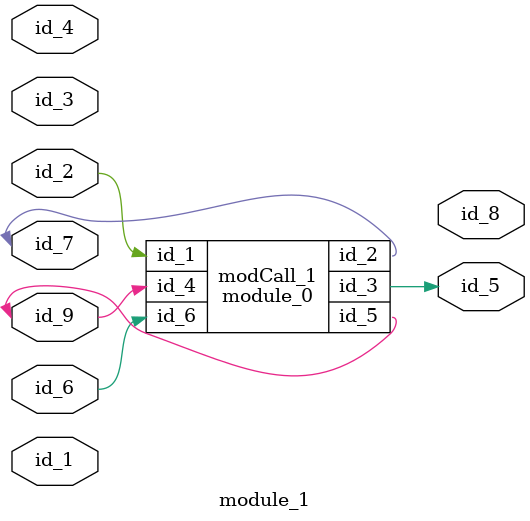
<source format=v>
module module_0 (
    id_1,
    id_2,
    id_3,
    id_4,
    id_5,
    id_6
);
  input wire id_6;
  inout wire id_5;
  input wire id_4;
  output wire id_3;
  inout wire id_2;
  input wire id_1;
endmodule
module module_1 (
    id_1,
    id_2,
    id_3,
    id_4,
    id_5,
    id_6,
    id_7,
    id_8,
    id_9
);
  inout wire id_9;
  output wire id_8;
  inout wire id_7;
  input wire id_6;
  output wire id_5;
  inout wire id_4;
  input wire id_3;
  input wire id_2;
  input wire id_1;
  wire id_10;
  module_0 modCall_1 (
      id_2,
      id_7,
      id_5,
      id_9,
      id_9,
      id_6
  );
endmodule

</source>
